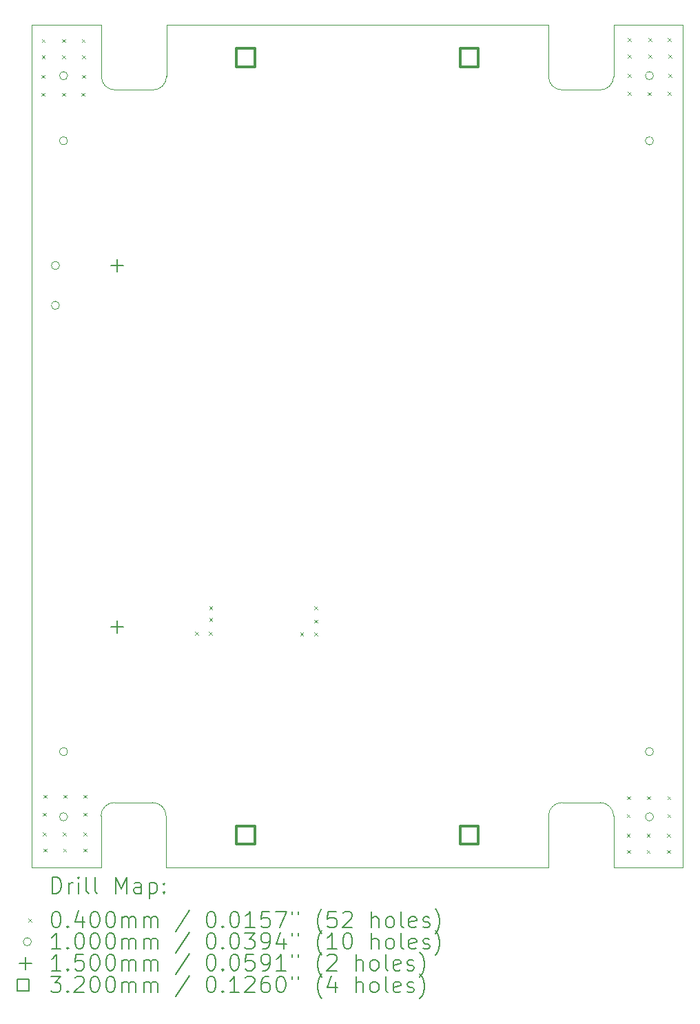
<source format=gbr>
%FSLAX45Y45*%
G04 Gerber Fmt 4.5, Leading zero omitted, Abs format (unit mm)*
G04 Created by KiCad (PCBNEW (6.0.5-0)) date 2022-12-26 00:24:34*
%MOMM*%
%LPD*%
G01*
G04 APERTURE LIST*
%TA.AperFunction,Profile*%
%ADD10C,0.100000*%
%TD*%
%ADD11C,0.200000*%
%ADD12C,0.040000*%
%ADD13C,0.100000*%
%ADD14C,0.150000*%
%ADD15C,0.320000*%
G04 APERTURE END LIST*
D10*
X14360000Y-3875000D02*
X15210000Y-3875000D01*
X13560000Y-14225000D02*
X8860000Y-14225000D01*
X15210000Y-3875000D02*
X15210000Y-14225000D01*
X13560000Y-14225000D02*
X13560000Y-13590000D01*
X8700000Y-4675000D02*
G75*
G03*
X8865000Y-4510000I0J165000D01*
G01*
X8060000Y-14225000D02*
X7210000Y-14225000D01*
X14360000Y-14225000D02*
X15210000Y-14225000D01*
X14195000Y-4675000D02*
G75*
G03*
X14360000Y-4510000I0J165000D01*
G01*
X13725000Y-13425000D02*
G75*
G03*
X13560000Y-13590000I0J-165000D01*
G01*
X14195000Y-13425000D02*
X13725000Y-13425000D01*
X8860000Y-13590000D02*
X8860000Y-14225000D01*
X14360000Y-13590000D02*
G75*
G03*
X14195000Y-13425000I-165000J0D01*
G01*
X13560000Y-4510000D02*
X13560000Y-3875000D01*
X8230000Y-4675000D02*
X8700000Y-4675000D01*
X8860000Y-13590000D02*
G75*
G03*
X8695000Y-13425000I-165000J0D01*
G01*
X8695000Y-13425000D02*
X8225000Y-13425000D01*
X14360000Y-3875000D02*
X14360000Y-4510000D01*
X13560000Y-4510000D02*
G75*
G03*
X13725000Y-4675000I165000J0D01*
G01*
X8865000Y-3875000D02*
X13560000Y-3875000D01*
X8065000Y-4510000D02*
X8065000Y-3875000D01*
X8065000Y-4510000D02*
G75*
G03*
X8230000Y-4675000I165000J0D01*
G01*
X14360000Y-13590000D02*
X14360000Y-14225000D01*
X8065000Y-3875000D02*
X7210000Y-3875000D01*
X7210000Y-14225000D02*
X7210000Y-3875000D01*
X8225000Y-13425000D02*
G75*
G03*
X8060000Y-13590000I0J-165000D01*
G01*
X8865000Y-3875000D02*
X8865000Y-4510000D01*
X8060000Y-14225000D02*
X8060000Y-13590000D01*
X13725000Y-4675000D02*
X14195000Y-4675000D01*
D11*
D12*
X7330000Y-4490000D02*
X7370000Y-4530000D01*
X7370000Y-4490000D02*
X7330000Y-4530000D01*
X7330000Y-4710000D02*
X7370000Y-4750000D01*
X7370000Y-4710000D02*
X7330000Y-4750000D01*
X7332500Y-4050000D02*
X7372500Y-4090000D01*
X7372500Y-4050000D02*
X7332500Y-4090000D01*
X7332500Y-4250000D02*
X7372500Y-4290000D01*
X7372500Y-4250000D02*
X7332500Y-4290000D01*
X7347500Y-13550000D02*
X7387500Y-13590000D01*
X7387500Y-13550000D02*
X7347500Y-13590000D01*
X7347500Y-13790000D02*
X7387500Y-13830000D01*
X7387500Y-13790000D02*
X7347500Y-13830000D01*
X7352500Y-13990000D02*
X7392500Y-14030000D01*
X7392500Y-13990000D02*
X7352500Y-14030000D01*
X7355000Y-13330000D02*
X7395000Y-13370000D01*
X7395000Y-13330000D02*
X7355000Y-13370000D01*
X7580000Y-4250000D02*
X7620000Y-4290000D01*
X7620000Y-4250000D02*
X7580000Y-4290000D01*
X7582500Y-4050000D02*
X7622500Y-4090000D01*
X7622500Y-4050000D02*
X7582500Y-4090000D01*
X7582500Y-4710000D02*
X7622500Y-4750000D01*
X7622500Y-4710000D02*
X7582500Y-4750000D01*
X7592500Y-13790000D02*
X7632500Y-13830000D01*
X7632500Y-13790000D02*
X7592500Y-13830000D01*
X7595000Y-13990000D02*
X7635000Y-14030000D01*
X7635000Y-13990000D02*
X7595000Y-14030000D01*
X7597500Y-13330000D02*
X7637500Y-13370000D01*
X7637500Y-13330000D02*
X7597500Y-13370000D01*
X7822500Y-4710000D02*
X7862500Y-4750000D01*
X7862500Y-4710000D02*
X7822500Y-4750000D01*
X7825000Y-4050000D02*
X7865000Y-4090000D01*
X7865000Y-4050000D02*
X7825000Y-4090000D01*
X7830000Y-4250000D02*
X7870000Y-4290000D01*
X7870000Y-4250000D02*
X7830000Y-4290000D01*
X7830000Y-4490000D02*
X7870000Y-4530000D01*
X7870000Y-4490000D02*
X7830000Y-4530000D01*
X7845000Y-13790000D02*
X7885000Y-13830000D01*
X7885000Y-13790000D02*
X7845000Y-13830000D01*
X7845000Y-13990000D02*
X7885000Y-14030000D01*
X7885000Y-13990000D02*
X7845000Y-14030000D01*
X7847500Y-13330000D02*
X7887500Y-13370000D01*
X7887500Y-13330000D02*
X7847500Y-13370000D01*
X7847500Y-13550000D02*
X7887500Y-13590000D01*
X7887500Y-13550000D02*
X7847500Y-13590000D01*
X9217500Y-11327500D02*
X9257500Y-11367500D01*
X9257500Y-11327500D02*
X9217500Y-11367500D01*
X9385000Y-11325000D02*
X9425000Y-11365000D01*
X9425000Y-11325000D02*
X9385000Y-11365000D01*
X9390000Y-11017500D02*
X9430000Y-11057500D01*
X9430000Y-11017500D02*
X9390000Y-11057500D01*
X9390000Y-11157500D02*
X9430000Y-11197500D01*
X9430000Y-11157500D02*
X9390000Y-11197500D01*
X10507500Y-11337500D02*
X10547500Y-11377500D01*
X10547500Y-11337500D02*
X10507500Y-11377500D01*
X10680000Y-11015000D02*
X10720000Y-11055000D01*
X10720000Y-11015000D02*
X10680000Y-11055000D01*
X10682500Y-11180000D02*
X10722500Y-11220000D01*
X10722500Y-11180000D02*
X10682500Y-11220000D01*
X10682500Y-11335000D02*
X10722500Y-11375000D01*
X10722500Y-11335000D02*
X10682500Y-11375000D01*
X14520000Y-13567500D02*
X14560000Y-13607500D01*
X14560000Y-13567500D02*
X14520000Y-13607500D01*
X14520000Y-13807500D02*
X14560000Y-13847500D01*
X14560000Y-13807500D02*
X14520000Y-13847500D01*
X14525000Y-14007500D02*
X14565000Y-14047500D01*
X14565000Y-14007500D02*
X14525000Y-14047500D01*
X14527500Y-13347500D02*
X14567500Y-13387500D01*
X14567500Y-13347500D02*
X14527500Y-13387500D01*
X14532500Y-4480000D02*
X14572500Y-4520000D01*
X14572500Y-4480000D02*
X14532500Y-4520000D01*
X14532500Y-4700000D02*
X14572500Y-4740000D01*
X14572500Y-4700000D02*
X14532500Y-4740000D01*
X14535000Y-4040000D02*
X14575000Y-4080000D01*
X14575000Y-4040000D02*
X14535000Y-4080000D01*
X14535000Y-4240000D02*
X14575000Y-4280000D01*
X14575000Y-4240000D02*
X14535000Y-4280000D01*
X14767500Y-13807500D02*
X14807500Y-13847500D01*
X14807500Y-13807500D02*
X14767500Y-13847500D01*
X14767500Y-14007500D02*
X14807500Y-14047500D01*
X14807500Y-14007500D02*
X14767500Y-14047500D01*
X14770000Y-13347500D02*
X14810000Y-13387500D01*
X14810000Y-13347500D02*
X14770000Y-13387500D01*
X14777500Y-4702500D02*
X14817500Y-4742500D01*
X14817500Y-4702500D02*
X14777500Y-4742500D01*
X14785000Y-4040000D02*
X14825000Y-4080000D01*
X14825000Y-4040000D02*
X14785000Y-4080000D01*
X14785000Y-4240000D02*
X14825000Y-4280000D01*
X14825000Y-4240000D02*
X14785000Y-4280000D01*
X15017500Y-13807500D02*
X15057500Y-13847500D01*
X15057500Y-13807500D02*
X15017500Y-13847500D01*
X15017500Y-14007500D02*
X15057500Y-14047500D01*
X15057500Y-14007500D02*
X15017500Y-14047500D01*
X15020000Y-13347500D02*
X15060000Y-13387500D01*
X15060000Y-13347500D02*
X15020000Y-13387500D01*
X15020000Y-13567500D02*
X15060000Y-13607500D01*
X15060000Y-13567500D02*
X15020000Y-13607500D01*
X15025000Y-4700000D02*
X15065000Y-4740000D01*
X15065000Y-4700000D02*
X15025000Y-4740000D01*
X15027500Y-4040000D02*
X15067500Y-4080000D01*
X15067500Y-4040000D02*
X15027500Y-4080000D01*
X15032500Y-4240000D02*
X15072500Y-4280000D01*
X15072500Y-4240000D02*
X15032500Y-4280000D01*
X15032500Y-4480000D02*
X15072500Y-4520000D01*
X15072500Y-4480000D02*
X15032500Y-4520000D01*
D13*
X7550000Y-6830000D02*
G75*
G03*
X7550000Y-6830000I-50000J0D01*
G01*
X7550000Y-7320000D02*
G75*
G03*
X7550000Y-7320000I-50000J0D01*
G01*
X7650000Y-4500000D02*
G75*
G03*
X7650000Y-4500000I-50000J0D01*
G01*
X7650000Y-5300000D02*
G75*
G03*
X7650000Y-5300000I-50000J0D01*
G01*
X7650000Y-12800000D02*
G75*
G03*
X7650000Y-12800000I-50000J0D01*
G01*
X7650000Y-13600000D02*
G75*
G03*
X7650000Y-13600000I-50000J0D01*
G01*
X14850000Y-4500000D02*
G75*
G03*
X14850000Y-4500000I-50000J0D01*
G01*
X14850000Y-5300000D02*
G75*
G03*
X14850000Y-5300000I-50000J0D01*
G01*
X14850000Y-12800000D02*
G75*
G03*
X14850000Y-12800000I-50000J0D01*
G01*
X14850000Y-13600000D02*
G75*
G03*
X14850000Y-13600000I-50000J0D01*
G01*
D14*
X8260000Y-6755000D02*
X8260000Y-6905000D01*
X8185000Y-6830000D02*
X8335000Y-6830000D01*
X8260000Y-11195000D02*
X8260000Y-11345000D01*
X8185000Y-11270000D02*
X8335000Y-11270000D01*
D15*
X9948138Y-4388138D02*
X9948138Y-4161862D01*
X9721862Y-4161862D01*
X9721862Y-4388138D01*
X9948138Y-4388138D01*
X9948138Y-13938138D02*
X9948138Y-13711862D01*
X9721862Y-13711862D01*
X9721862Y-13938138D01*
X9948138Y-13938138D01*
X12698138Y-4388138D02*
X12698138Y-4161862D01*
X12471862Y-4161862D01*
X12471862Y-4388138D01*
X12698138Y-4388138D01*
X12698138Y-13938138D02*
X12698138Y-13711862D01*
X12471862Y-13711862D01*
X12471862Y-13938138D01*
X12698138Y-13938138D01*
D11*
X7462619Y-14540476D02*
X7462619Y-14340476D01*
X7510238Y-14340476D01*
X7538809Y-14350000D01*
X7557857Y-14369048D01*
X7567381Y-14388095D01*
X7576905Y-14426190D01*
X7576905Y-14454762D01*
X7567381Y-14492857D01*
X7557857Y-14511905D01*
X7538809Y-14530952D01*
X7510238Y-14540476D01*
X7462619Y-14540476D01*
X7662619Y-14540476D02*
X7662619Y-14407143D01*
X7662619Y-14445238D02*
X7672143Y-14426190D01*
X7681667Y-14416667D01*
X7700714Y-14407143D01*
X7719762Y-14407143D01*
X7786428Y-14540476D02*
X7786428Y-14407143D01*
X7786428Y-14340476D02*
X7776905Y-14350000D01*
X7786428Y-14359524D01*
X7795952Y-14350000D01*
X7786428Y-14340476D01*
X7786428Y-14359524D01*
X7910238Y-14540476D02*
X7891190Y-14530952D01*
X7881667Y-14511905D01*
X7881667Y-14340476D01*
X8015000Y-14540476D02*
X7995952Y-14530952D01*
X7986428Y-14511905D01*
X7986428Y-14340476D01*
X8243571Y-14540476D02*
X8243571Y-14340476D01*
X8310238Y-14483333D01*
X8376905Y-14340476D01*
X8376905Y-14540476D01*
X8557857Y-14540476D02*
X8557857Y-14435714D01*
X8548333Y-14416667D01*
X8529286Y-14407143D01*
X8491190Y-14407143D01*
X8472143Y-14416667D01*
X8557857Y-14530952D02*
X8538810Y-14540476D01*
X8491190Y-14540476D01*
X8472143Y-14530952D01*
X8462619Y-14511905D01*
X8462619Y-14492857D01*
X8472143Y-14473809D01*
X8491190Y-14464286D01*
X8538810Y-14464286D01*
X8557857Y-14454762D01*
X8653095Y-14407143D02*
X8653095Y-14607143D01*
X8653095Y-14416667D02*
X8672143Y-14407143D01*
X8710238Y-14407143D01*
X8729286Y-14416667D01*
X8738810Y-14426190D01*
X8748333Y-14445238D01*
X8748333Y-14502381D01*
X8738810Y-14521428D01*
X8729286Y-14530952D01*
X8710238Y-14540476D01*
X8672143Y-14540476D01*
X8653095Y-14530952D01*
X8834048Y-14521428D02*
X8843571Y-14530952D01*
X8834048Y-14540476D01*
X8824524Y-14530952D01*
X8834048Y-14521428D01*
X8834048Y-14540476D01*
X8834048Y-14416667D02*
X8843571Y-14426190D01*
X8834048Y-14435714D01*
X8824524Y-14426190D01*
X8834048Y-14416667D01*
X8834048Y-14435714D01*
D12*
X7165000Y-14850000D02*
X7205000Y-14890000D01*
X7205000Y-14850000D02*
X7165000Y-14890000D01*
D11*
X7500714Y-14760476D02*
X7519762Y-14760476D01*
X7538809Y-14770000D01*
X7548333Y-14779524D01*
X7557857Y-14798571D01*
X7567381Y-14836667D01*
X7567381Y-14884286D01*
X7557857Y-14922381D01*
X7548333Y-14941428D01*
X7538809Y-14950952D01*
X7519762Y-14960476D01*
X7500714Y-14960476D01*
X7481667Y-14950952D01*
X7472143Y-14941428D01*
X7462619Y-14922381D01*
X7453095Y-14884286D01*
X7453095Y-14836667D01*
X7462619Y-14798571D01*
X7472143Y-14779524D01*
X7481667Y-14770000D01*
X7500714Y-14760476D01*
X7653095Y-14941428D02*
X7662619Y-14950952D01*
X7653095Y-14960476D01*
X7643571Y-14950952D01*
X7653095Y-14941428D01*
X7653095Y-14960476D01*
X7834048Y-14827143D02*
X7834048Y-14960476D01*
X7786428Y-14750952D02*
X7738809Y-14893809D01*
X7862619Y-14893809D01*
X7976905Y-14760476D02*
X7995952Y-14760476D01*
X8015000Y-14770000D01*
X8024524Y-14779524D01*
X8034048Y-14798571D01*
X8043571Y-14836667D01*
X8043571Y-14884286D01*
X8034048Y-14922381D01*
X8024524Y-14941428D01*
X8015000Y-14950952D01*
X7995952Y-14960476D01*
X7976905Y-14960476D01*
X7957857Y-14950952D01*
X7948333Y-14941428D01*
X7938809Y-14922381D01*
X7929286Y-14884286D01*
X7929286Y-14836667D01*
X7938809Y-14798571D01*
X7948333Y-14779524D01*
X7957857Y-14770000D01*
X7976905Y-14760476D01*
X8167381Y-14760476D02*
X8186428Y-14760476D01*
X8205476Y-14770000D01*
X8215000Y-14779524D01*
X8224524Y-14798571D01*
X8234048Y-14836667D01*
X8234048Y-14884286D01*
X8224524Y-14922381D01*
X8215000Y-14941428D01*
X8205476Y-14950952D01*
X8186428Y-14960476D01*
X8167381Y-14960476D01*
X8148333Y-14950952D01*
X8138809Y-14941428D01*
X8129286Y-14922381D01*
X8119762Y-14884286D01*
X8119762Y-14836667D01*
X8129286Y-14798571D01*
X8138809Y-14779524D01*
X8148333Y-14770000D01*
X8167381Y-14760476D01*
X8319762Y-14960476D02*
X8319762Y-14827143D01*
X8319762Y-14846190D02*
X8329286Y-14836667D01*
X8348333Y-14827143D01*
X8376905Y-14827143D01*
X8395952Y-14836667D01*
X8405476Y-14855714D01*
X8405476Y-14960476D01*
X8405476Y-14855714D02*
X8415000Y-14836667D01*
X8434048Y-14827143D01*
X8462619Y-14827143D01*
X8481667Y-14836667D01*
X8491190Y-14855714D01*
X8491190Y-14960476D01*
X8586429Y-14960476D02*
X8586429Y-14827143D01*
X8586429Y-14846190D02*
X8595952Y-14836667D01*
X8615000Y-14827143D01*
X8643571Y-14827143D01*
X8662619Y-14836667D01*
X8672143Y-14855714D01*
X8672143Y-14960476D01*
X8672143Y-14855714D02*
X8681667Y-14836667D01*
X8700714Y-14827143D01*
X8729286Y-14827143D01*
X8748333Y-14836667D01*
X8757857Y-14855714D01*
X8757857Y-14960476D01*
X9148333Y-14750952D02*
X8976905Y-15008095D01*
X9405476Y-14760476D02*
X9424524Y-14760476D01*
X9443571Y-14770000D01*
X9453095Y-14779524D01*
X9462619Y-14798571D01*
X9472143Y-14836667D01*
X9472143Y-14884286D01*
X9462619Y-14922381D01*
X9453095Y-14941428D01*
X9443571Y-14950952D01*
X9424524Y-14960476D01*
X9405476Y-14960476D01*
X9386429Y-14950952D01*
X9376905Y-14941428D01*
X9367381Y-14922381D01*
X9357857Y-14884286D01*
X9357857Y-14836667D01*
X9367381Y-14798571D01*
X9376905Y-14779524D01*
X9386429Y-14770000D01*
X9405476Y-14760476D01*
X9557857Y-14941428D02*
X9567381Y-14950952D01*
X9557857Y-14960476D01*
X9548333Y-14950952D01*
X9557857Y-14941428D01*
X9557857Y-14960476D01*
X9691190Y-14760476D02*
X9710238Y-14760476D01*
X9729286Y-14770000D01*
X9738810Y-14779524D01*
X9748333Y-14798571D01*
X9757857Y-14836667D01*
X9757857Y-14884286D01*
X9748333Y-14922381D01*
X9738810Y-14941428D01*
X9729286Y-14950952D01*
X9710238Y-14960476D01*
X9691190Y-14960476D01*
X9672143Y-14950952D01*
X9662619Y-14941428D01*
X9653095Y-14922381D01*
X9643571Y-14884286D01*
X9643571Y-14836667D01*
X9653095Y-14798571D01*
X9662619Y-14779524D01*
X9672143Y-14770000D01*
X9691190Y-14760476D01*
X9948333Y-14960476D02*
X9834048Y-14960476D01*
X9891190Y-14960476D02*
X9891190Y-14760476D01*
X9872143Y-14789048D01*
X9853095Y-14808095D01*
X9834048Y-14817619D01*
X10129286Y-14760476D02*
X10034048Y-14760476D01*
X10024524Y-14855714D01*
X10034048Y-14846190D01*
X10053095Y-14836667D01*
X10100714Y-14836667D01*
X10119762Y-14846190D01*
X10129286Y-14855714D01*
X10138810Y-14874762D01*
X10138810Y-14922381D01*
X10129286Y-14941428D01*
X10119762Y-14950952D01*
X10100714Y-14960476D01*
X10053095Y-14960476D01*
X10034048Y-14950952D01*
X10024524Y-14941428D01*
X10205476Y-14760476D02*
X10338810Y-14760476D01*
X10253095Y-14960476D01*
X10405476Y-14760476D02*
X10405476Y-14798571D01*
X10481667Y-14760476D02*
X10481667Y-14798571D01*
X10776905Y-15036667D02*
X10767381Y-15027143D01*
X10748333Y-14998571D01*
X10738810Y-14979524D01*
X10729286Y-14950952D01*
X10719762Y-14903333D01*
X10719762Y-14865238D01*
X10729286Y-14817619D01*
X10738810Y-14789048D01*
X10748333Y-14770000D01*
X10767381Y-14741428D01*
X10776905Y-14731905D01*
X10948333Y-14760476D02*
X10853095Y-14760476D01*
X10843571Y-14855714D01*
X10853095Y-14846190D01*
X10872143Y-14836667D01*
X10919762Y-14836667D01*
X10938810Y-14846190D01*
X10948333Y-14855714D01*
X10957857Y-14874762D01*
X10957857Y-14922381D01*
X10948333Y-14941428D01*
X10938810Y-14950952D01*
X10919762Y-14960476D01*
X10872143Y-14960476D01*
X10853095Y-14950952D01*
X10843571Y-14941428D01*
X11034048Y-14779524D02*
X11043571Y-14770000D01*
X11062619Y-14760476D01*
X11110238Y-14760476D01*
X11129286Y-14770000D01*
X11138810Y-14779524D01*
X11148333Y-14798571D01*
X11148333Y-14817619D01*
X11138810Y-14846190D01*
X11024524Y-14960476D01*
X11148333Y-14960476D01*
X11386428Y-14960476D02*
X11386428Y-14760476D01*
X11472143Y-14960476D02*
X11472143Y-14855714D01*
X11462619Y-14836667D01*
X11443571Y-14827143D01*
X11415000Y-14827143D01*
X11395952Y-14836667D01*
X11386428Y-14846190D01*
X11595952Y-14960476D02*
X11576905Y-14950952D01*
X11567381Y-14941428D01*
X11557857Y-14922381D01*
X11557857Y-14865238D01*
X11567381Y-14846190D01*
X11576905Y-14836667D01*
X11595952Y-14827143D01*
X11624524Y-14827143D01*
X11643571Y-14836667D01*
X11653095Y-14846190D01*
X11662619Y-14865238D01*
X11662619Y-14922381D01*
X11653095Y-14941428D01*
X11643571Y-14950952D01*
X11624524Y-14960476D01*
X11595952Y-14960476D01*
X11776905Y-14960476D02*
X11757857Y-14950952D01*
X11748333Y-14931905D01*
X11748333Y-14760476D01*
X11929286Y-14950952D02*
X11910238Y-14960476D01*
X11872143Y-14960476D01*
X11853095Y-14950952D01*
X11843571Y-14931905D01*
X11843571Y-14855714D01*
X11853095Y-14836667D01*
X11872143Y-14827143D01*
X11910238Y-14827143D01*
X11929286Y-14836667D01*
X11938809Y-14855714D01*
X11938809Y-14874762D01*
X11843571Y-14893809D01*
X12015000Y-14950952D02*
X12034048Y-14960476D01*
X12072143Y-14960476D01*
X12091190Y-14950952D01*
X12100714Y-14931905D01*
X12100714Y-14922381D01*
X12091190Y-14903333D01*
X12072143Y-14893809D01*
X12043571Y-14893809D01*
X12024524Y-14884286D01*
X12015000Y-14865238D01*
X12015000Y-14855714D01*
X12024524Y-14836667D01*
X12043571Y-14827143D01*
X12072143Y-14827143D01*
X12091190Y-14836667D01*
X12167381Y-15036667D02*
X12176905Y-15027143D01*
X12195952Y-14998571D01*
X12205476Y-14979524D01*
X12215000Y-14950952D01*
X12224524Y-14903333D01*
X12224524Y-14865238D01*
X12215000Y-14817619D01*
X12205476Y-14789048D01*
X12195952Y-14770000D01*
X12176905Y-14741428D01*
X12167381Y-14731905D01*
D13*
X7205000Y-15134000D02*
G75*
G03*
X7205000Y-15134000I-50000J0D01*
G01*
D11*
X7567381Y-15224476D02*
X7453095Y-15224476D01*
X7510238Y-15224476D02*
X7510238Y-15024476D01*
X7491190Y-15053048D01*
X7472143Y-15072095D01*
X7453095Y-15081619D01*
X7653095Y-15205428D02*
X7662619Y-15214952D01*
X7653095Y-15224476D01*
X7643571Y-15214952D01*
X7653095Y-15205428D01*
X7653095Y-15224476D01*
X7786428Y-15024476D02*
X7805476Y-15024476D01*
X7824524Y-15034000D01*
X7834048Y-15043524D01*
X7843571Y-15062571D01*
X7853095Y-15100667D01*
X7853095Y-15148286D01*
X7843571Y-15186381D01*
X7834048Y-15205428D01*
X7824524Y-15214952D01*
X7805476Y-15224476D01*
X7786428Y-15224476D01*
X7767381Y-15214952D01*
X7757857Y-15205428D01*
X7748333Y-15186381D01*
X7738809Y-15148286D01*
X7738809Y-15100667D01*
X7748333Y-15062571D01*
X7757857Y-15043524D01*
X7767381Y-15034000D01*
X7786428Y-15024476D01*
X7976905Y-15024476D02*
X7995952Y-15024476D01*
X8015000Y-15034000D01*
X8024524Y-15043524D01*
X8034048Y-15062571D01*
X8043571Y-15100667D01*
X8043571Y-15148286D01*
X8034048Y-15186381D01*
X8024524Y-15205428D01*
X8015000Y-15214952D01*
X7995952Y-15224476D01*
X7976905Y-15224476D01*
X7957857Y-15214952D01*
X7948333Y-15205428D01*
X7938809Y-15186381D01*
X7929286Y-15148286D01*
X7929286Y-15100667D01*
X7938809Y-15062571D01*
X7948333Y-15043524D01*
X7957857Y-15034000D01*
X7976905Y-15024476D01*
X8167381Y-15024476D02*
X8186428Y-15024476D01*
X8205476Y-15034000D01*
X8215000Y-15043524D01*
X8224524Y-15062571D01*
X8234048Y-15100667D01*
X8234048Y-15148286D01*
X8224524Y-15186381D01*
X8215000Y-15205428D01*
X8205476Y-15214952D01*
X8186428Y-15224476D01*
X8167381Y-15224476D01*
X8148333Y-15214952D01*
X8138809Y-15205428D01*
X8129286Y-15186381D01*
X8119762Y-15148286D01*
X8119762Y-15100667D01*
X8129286Y-15062571D01*
X8138809Y-15043524D01*
X8148333Y-15034000D01*
X8167381Y-15024476D01*
X8319762Y-15224476D02*
X8319762Y-15091143D01*
X8319762Y-15110190D02*
X8329286Y-15100667D01*
X8348333Y-15091143D01*
X8376905Y-15091143D01*
X8395952Y-15100667D01*
X8405476Y-15119714D01*
X8405476Y-15224476D01*
X8405476Y-15119714D02*
X8415000Y-15100667D01*
X8434048Y-15091143D01*
X8462619Y-15091143D01*
X8481667Y-15100667D01*
X8491190Y-15119714D01*
X8491190Y-15224476D01*
X8586429Y-15224476D02*
X8586429Y-15091143D01*
X8586429Y-15110190D02*
X8595952Y-15100667D01*
X8615000Y-15091143D01*
X8643571Y-15091143D01*
X8662619Y-15100667D01*
X8672143Y-15119714D01*
X8672143Y-15224476D01*
X8672143Y-15119714D02*
X8681667Y-15100667D01*
X8700714Y-15091143D01*
X8729286Y-15091143D01*
X8748333Y-15100667D01*
X8757857Y-15119714D01*
X8757857Y-15224476D01*
X9148333Y-15014952D02*
X8976905Y-15272095D01*
X9405476Y-15024476D02*
X9424524Y-15024476D01*
X9443571Y-15034000D01*
X9453095Y-15043524D01*
X9462619Y-15062571D01*
X9472143Y-15100667D01*
X9472143Y-15148286D01*
X9462619Y-15186381D01*
X9453095Y-15205428D01*
X9443571Y-15214952D01*
X9424524Y-15224476D01*
X9405476Y-15224476D01*
X9386429Y-15214952D01*
X9376905Y-15205428D01*
X9367381Y-15186381D01*
X9357857Y-15148286D01*
X9357857Y-15100667D01*
X9367381Y-15062571D01*
X9376905Y-15043524D01*
X9386429Y-15034000D01*
X9405476Y-15024476D01*
X9557857Y-15205428D02*
X9567381Y-15214952D01*
X9557857Y-15224476D01*
X9548333Y-15214952D01*
X9557857Y-15205428D01*
X9557857Y-15224476D01*
X9691190Y-15024476D02*
X9710238Y-15024476D01*
X9729286Y-15034000D01*
X9738810Y-15043524D01*
X9748333Y-15062571D01*
X9757857Y-15100667D01*
X9757857Y-15148286D01*
X9748333Y-15186381D01*
X9738810Y-15205428D01*
X9729286Y-15214952D01*
X9710238Y-15224476D01*
X9691190Y-15224476D01*
X9672143Y-15214952D01*
X9662619Y-15205428D01*
X9653095Y-15186381D01*
X9643571Y-15148286D01*
X9643571Y-15100667D01*
X9653095Y-15062571D01*
X9662619Y-15043524D01*
X9672143Y-15034000D01*
X9691190Y-15024476D01*
X9824524Y-15024476D02*
X9948333Y-15024476D01*
X9881667Y-15100667D01*
X9910238Y-15100667D01*
X9929286Y-15110190D01*
X9938810Y-15119714D01*
X9948333Y-15138762D01*
X9948333Y-15186381D01*
X9938810Y-15205428D01*
X9929286Y-15214952D01*
X9910238Y-15224476D01*
X9853095Y-15224476D01*
X9834048Y-15214952D01*
X9824524Y-15205428D01*
X10043571Y-15224476D02*
X10081667Y-15224476D01*
X10100714Y-15214952D01*
X10110238Y-15205428D01*
X10129286Y-15176857D01*
X10138810Y-15138762D01*
X10138810Y-15062571D01*
X10129286Y-15043524D01*
X10119762Y-15034000D01*
X10100714Y-15024476D01*
X10062619Y-15024476D01*
X10043571Y-15034000D01*
X10034048Y-15043524D01*
X10024524Y-15062571D01*
X10024524Y-15110190D01*
X10034048Y-15129238D01*
X10043571Y-15138762D01*
X10062619Y-15148286D01*
X10100714Y-15148286D01*
X10119762Y-15138762D01*
X10129286Y-15129238D01*
X10138810Y-15110190D01*
X10310238Y-15091143D02*
X10310238Y-15224476D01*
X10262619Y-15014952D02*
X10215000Y-15157809D01*
X10338810Y-15157809D01*
X10405476Y-15024476D02*
X10405476Y-15062571D01*
X10481667Y-15024476D02*
X10481667Y-15062571D01*
X10776905Y-15300667D02*
X10767381Y-15291143D01*
X10748333Y-15262571D01*
X10738810Y-15243524D01*
X10729286Y-15214952D01*
X10719762Y-15167333D01*
X10719762Y-15129238D01*
X10729286Y-15081619D01*
X10738810Y-15053048D01*
X10748333Y-15034000D01*
X10767381Y-15005428D01*
X10776905Y-14995905D01*
X10957857Y-15224476D02*
X10843571Y-15224476D01*
X10900714Y-15224476D02*
X10900714Y-15024476D01*
X10881667Y-15053048D01*
X10862619Y-15072095D01*
X10843571Y-15081619D01*
X11081667Y-15024476D02*
X11100714Y-15024476D01*
X11119762Y-15034000D01*
X11129286Y-15043524D01*
X11138810Y-15062571D01*
X11148333Y-15100667D01*
X11148333Y-15148286D01*
X11138810Y-15186381D01*
X11129286Y-15205428D01*
X11119762Y-15214952D01*
X11100714Y-15224476D01*
X11081667Y-15224476D01*
X11062619Y-15214952D01*
X11053095Y-15205428D01*
X11043571Y-15186381D01*
X11034048Y-15148286D01*
X11034048Y-15100667D01*
X11043571Y-15062571D01*
X11053095Y-15043524D01*
X11062619Y-15034000D01*
X11081667Y-15024476D01*
X11386428Y-15224476D02*
X11386428Y-15024476D01*
X11472143Y-15224476D02*
X11472143Y-15119714D01*
X11462619Y-15100667D01*
X11443571Y-15091143D01*
X11415000Y-15091143D01*
X11395952Y-15100667D01*
X11386428Y-15110190D01*
X11595952Y-15224476D02*
X11576905Y-15214952D01*
X11567381Y-15205428D01*
X11557857Y-15186381D01*
X11557857Y-15129238D01*
X11567381Y-15110190D01*
X11576905Y-15100667D01*
X11595952Y-15091143D01*
X11624524Y-15091143D01*
X11643571Y-15100667D01*
X11653095Y-15110190D01*
X11662619Y-15129238D01*
X11662619Y-15186381D01*
X11653095Y-15205428D01*
X11643571Y-15214952D01*
X11624524Y-15224476D01*
X11595952Y-15224476D01*
X11776905Y-15224476D02*
X11757857Y-15214952D01*
X11748333Y-15195905D01*
X11748333Y-15024476D01*
X11929286Y-15214952D02*
X11910238Y-15224476D01*
X11872143Y-15224476D01*
X11853095Y-15214952D01*
X11843571Y-15195905D01*
X11843571Y-15119714D01*
X11853095Y-15100667D01*
X11872143Y-15091143D01*
X11910238Y-15091143D01*
X11929286Y-15100667D01*
X11938809Y-15119714D01*
X11938809Y-15138762D01*
X11843571Y-15157809D01*
X12015000Y-15214952D02*
X12034048Y-15224476D01*
X12072143Y-15224476D01*
X12091190Y-15214952D01*
X12100714Y-15195905D01*
X12100714Y-15186381D01*
X12091190Y-15167333D01*
X12072143Y-15157809D01*
X12043571Y-15157809D01*
X12024524Y-15148286D01*
X12015000Y-15129238D01*
X12015000Y-15119714D01*
X12024524Y-15100667D01*
X12043571Y-15091143D01*
X12072143Y-15091143D01*
X12091190Y-15100667D01*
X12167381Y-15300667D02*
X12176905Y-15291143D01*
X12195952Y-15262571D01*
X12205476Y-15243524D01*
X12215000Y-15214952D01*
X12224524Y-15167333D01*
X12224524Y-15129238D01*
X12215000Y-15081619D01*
X12205476Y-15053048D01*
X12195952Y-15034000D01*
X12176905Y-15005428D01*
X12167381Y-14995905D01*
D14*
X7130000Y-15323000D02*
X7130000Y-15473000D01*
X7055000Y-15398000D02*
X7205000Y-15398000D01*
D11*
X7567381Y-15488476D02*
X7453095Y-15488476D01*
X7510238Y-15488476D02*
X7510238Y-15288476D01*
X7491190Y-15317048D01*
X7472143Y-15336095D01*
X7453095Y-15345619D01*
X7653095Y-15469428D02*
X7662619Y-15478952D01*
X7653095Y-15488476D01*
X7643571Y-15478952D01*
X7653095Y-15469428D01*
X7653095Y-15488476D01*
X7843571Y-15288476D02*
X7748333Y-15288476D01*
X7738809Y-15383714D01*
X7748333Y-15374190D01*
X7767381Y-15364667D01*
X7815000Y-15364667D01*
X7834048Y-15374190D01*
X7843571Y-15383714D01*
X7853095Y-15402762D01*
X7853095Y-15450381D01*
X7843571Y-15469428D01*
X7834048Y-15478952D01*
X7815000Y-15488476D01*
X7767381Y-15488476D01*
X7748333Y-15478952D01*
X7738809Y-15469428D01*
X7976905Y-15288476D02*
X7995952Y-15288476D01*
X8015000Y-15298000D01*
X8024524Y-15307524D01*
X8034048Y-15326571D01*
X8043571Y-15364667D01*
X8043571Y-15412286D01*
X8034048Y-15450381D01*
X8024524Y-15469428D01*
X8015000Y-15478952D01*
X7995952Y-15488476D01*
X7976905Y-15488476D01*
X7957857Y-15478952D01*
X7948333Y-15469428D01*
X7938809Y-15450381D01*
X7929286Y-15412286D01*
X7929286Y-15364667D01*
X7938809Y-15326571D01*
X7948333Y-15307524D01*
X7957857Y-15298000D01*
X7976905Y-15288476D01*
X8167381Y-15288476D02*
X8186428Y-15288476D01*
X8205476Y-15298000D01*
X8215000Y-15307524D01*
X8224524Y-15326571D01*
X8234048Y-15364667D01*
X8234048Y-15412286D01*
X8224524Y-15450381D01*
X8215000Y-15469428D01*
X8205476Y-15478952D01*
X8186428Y-15488476D01*
X8167381Y-15488476D01*
X8148333Y-15478952D01*
X8138809Y-15469428D01*
X8129286Y-15450381D01*
X8119762Y-15412286D01*
X8119762Y-15364667D01*
X8129286Y-15326571D01*
X8138809Y-15307524D01*
X8148333Y-15298000D01*
X8167381Y-15288476D01*
X8319762Y-15488476D02*
X8319762Y-15355143D01*
X8319762Y-15374190D02*
X8329286Y-15364667D01*
X8348333Y-15355143D01*
X8376905Y-15355143D01*
X8395952Y-15364667D01*
X8405476Y-15383714D01*
X8405476Y-15488476D01*
X8405476Y-15383714D02*
X8415000Y-15364667D01*
X8434048Y-15355143D01*
X8462619Y-15355143D01*
X8481667Y-15364667D01*
X8491190Y-15383714D01*
X8491190Y-15488476D01*
X8586429Y-15488476D02*
X8586429Y-15355143D01*
X8586429Y-15374190D02*
X8595952Y-15364667D01*
X8615000Y-15355143D01*
X8643571Y-15355143D01*
X8662619Y-15364667D01*
X8672143Y-15383714D01*
X8672143Y-15488476D01*
X8672143Y-15383714D02*
X8681667Y-15364667D01*
X8700714Y-15355143D01*
X8729286Y-15355143D01*
X8748333Y-15364667D01*
X8757857Y-15383714D01*
X8757857Y-15488476D01*
X9148333Y-15278952D02*
X8976905Y-15536095D01*
X9405476Y-15288476D02*
X9424524Y-15288476D01*
X9443571Y-15298000D01*
X9453095Y-15307524D01*
X9462619Y-15326571D01*
X9472143Y-15364667D01*
X9472143Y-15412286D01*
X9462619Y-15450381D01*
X9453095Y-15469428D01*
X9443571Y-15478952D01*
X9424524Y-15488476D01*
X9405476Y-15488476D01*
X9386429Y-15478952D01*
X9376905Y-15469428D01*
X9367381Y-15450381D01*
X9357857Y-15412286D01*
X9357857Y-15364667D01*
X9367381Y-15326571D01*
X9376905Y-15307524D01*
X9386429Y-15298000D01*
X9405476Y-15288476D01*
X9557857Y-15469428D02*
X9567381Y-15478952D01*
X9557857Y-15488476D01*
X9548333Y-15478952D01*
X9557857Y-15469428D01*
X9557857Y-15488476D01*
X9691190Y-15288476D02*
X9710238Y-15288476D01*
X9729286Y-15298000D01*
X9738810Y-15307524D01*
X9748333Y-15326571D01*
X9757857Y-15364667D01*
X9757857Y-15412286D01*
X9748333Y-15450381D01*
X9738810Y-15469428D01*
X9729286Y-15478952D01*
X9710238Y-15488476D01*
X9691190Y-15488476D01*
X9672143Y-15478952D01*
X9662619Y-15469428D01*
X9653095Y-15450381D01*
X9643571Y-15412286D01*
X9643571Y-15364667D01*
X9653095Y-15326571D01*
X9662619Y-15307524D01*
X9672143Y-15298000D01*
X9691190Y-15288476D01*
X9938810Y-15288476D02*
X9843571Y-15288476D01*
X9834048Y-15383714D01*
X9843571Y-15374190D01*
X9862619Y-15364667D01*
X9910238Y-15364667D01*
X9929286Y-15374190D01*
X9938810Y-15383714D01*
X9948333Y-15402762D01*
X9948333Y-15450381D01*
X9938810Y-15469428D01*
X9929286Y-15478952D01*
X9910238Y-15488476D01*
X9862619Y-15488476D01*
X9843571Y-15478952D01*
X9834048Y-15469428D01*
X10043571Y-15488476D02*
X10081667Y-15488476D01*
X10100714Y-15478952D01*
X10110238Y-15469428D01*
X10129286Y-15440857D01*
X10138810Y-15402762D01*
X10138810Y-15326571D01*
X10129286Y-15307524D01*
X10119762Y-15298000D01*
X10100714Y-15288476D01*
X10062619Y-15288476D01*
X10043571Y-15298000D01*
X10034048Y-15307524D01*
X10024524Y-15326571D01*
X10024524Y-15374190D01*
X10034048Y-15393238D01*
X10043571Y-15402762D01*
X10062619Y-15412286D01*
X10100714Y-15412286D01*
X10119762Y-15402762D01*
X10129286Y-15393238D01*
X10138810Y-15374190D01*
X10329286Y-15488476D02*
X10215000Y-15488476D01*
X10272143Y-15488476D02*
X10272143Y-15288476D01*
X10253095Y-15317048D01*
X10234048Y-15336095D01*
X10215000Y-15345619D01*
X10405476Y-15288476D02*
X10405476Y-15326571D01*
X10481667Y-15288476D02*
X10481667Y-15326571D01*
X10776905Y-15564667D02*
X10767381Y-15555143D01*
X10748333Y-15526571D01*
X10738810Y-15507524D01*
X10729286Y-15478952D01*
X10719762Y-15431333D01*
X10719762Y-15393238D01*
X10729286Y-15345619D01*
X10738810Y-15317048D01*
X10748333Y-15298000D01*
X10767381Y-15269428D01*
X10776905Y-15259905D01*
X10843571Y-15307524D02*
X10853095Y-15298000D01*
X10872143Y-15288476D01*
X10919762Y-15288476D01*
X10938810Y-15298000D01*
X10948333Y-15307524D01*
X10957857Y-15326571D01*
X10957857Y-15345619D01*
X10948333Y-15374190D01*
X10834048Y-15488476D01*
X10957857Y-15488476D01*
X11195952Y-15488476D02*
X11195952Y-15288476D01*
X11281667Y-15488476D02*
X11281667Y-15383714D01*
X11272143Y-15364667D01*
X11253095Y-15355143D01*
X11224524Y-15355143D01*
X11205476Y-15364667D01*
X11195952Y-15374190D01*
X11405476Y-15488476D02*
X11386428Y-15478952D01*
X11376905Y-15469428D01*
X11367381Y-15450381D01*
X11367381Y-15393238D01*
X11376905Y-15374190D01*
X11386428Y-15364667D01*
X11405476Y-15355143D01*
X11434048Y-15355143D01*
X11453095Y-15364667D01*
X11462619Y-15374190D01*
X11472143Y-15393238D01*
X11472143Y-15450381D01*
X11462619Y-15469428D01*
X11453095Y-15478952D01*
X11434048Y-15488476D01*
X11405476Y-15488476D01*
X11586428Y-15488476D02*
X11567381Y-15478952D01*
X11557857Y-15459905D01*
X11557857Y-15288476D01*
X11738809Y-15478952D02*
X11719762Y-15488476D01*
X11681667Y-15488476D01*
X11662619Y-15478952D01*
X11653095Y-15459905D01*
X11653095Y-15383714D01*
X11662619Y-15364667D01*
X11681667Y-15355143D01*
X11719762Y-15355143D01*
X11738809Y-15364667D01*
X11748333Y-15383714D01*
X11748333Y-15402762D01*
X11653095Y-15421809D01*
X11824524Y-15478952D02*
X11843571Y-15488476D01*
X11881667Y-15488476D01*
X11900714Y-15478952D01*
X11910238Y-15459905D01*
X11910238Y-15450381D01*
X11900714Y-15431333D01*
X11881667Y-15421809D01*
X11853095Y-15421809D01*
X11834048Y-15412286D01*
X11824524Y-15393238D01*
X11824524Y-15383714D01*
X11834048Y-15364667D01*
X11853095Y-15355143D01*
X11881667Y-15355143D01*
X11900714Y-15364667D01*
X11976905Y-15564667D02*
X11986428Y-15555143D01*
X12005476Y-15526571D01*
X12015000Y-15507524D01*
X12024524Y-15478952D01*
X12034048Y-15431333D01*
X12034048Y-15393238D01*
X12024524Y-15345619D01*
X12015000Y-15317048D01*
X12005476Y-15298000D01*
X11986428Y-15269428D01*
X11976905Y-15259905D01*
X7175711Y-15738711D02*
X7175711Y-15597289D01*
X7034289Y-15597289D01*
X7034289Y-15738711D01*
X7175711Y-15738711D01*
X7443571Y-15558476D02*
X7567381Y-15558476D01*
X7500714Y-15634667D01*
X7529286Y-15634667D01*
X7548333Y-15644190D01*
X7557857Y-15653714D01*
X7567381Y-15672762D01*
X7567381Y-15720381D01*
X7557857Y-15739428D01*
X7548333Y-15748952D01*
X7529286Y-15758476D01*
X7472143Y-15758476D01*
X7453095Y-15748952D01*
X7443571Y-15739428D01*
X7653095Y-15739428D02*
X7662619Y-15748952D01*
X7653095Y-15758476D01*
X7643571Y-15748952D01*
X7653095Y-15739428D01*
X7653095Y-15758476D01*
X7738809Y-15577524D02*
X7748333Y-15568000D01*
X7767381Y-15558476D01*
X7815000Y-15558476D01*
X7834048Y-15568000D01*
X7843571Y-15577524D01*
X7853095Y-15596571D01*
X7853095Y-15615619D01*
X7843571Y-15644190D01*
X7729286Y-15758476D01*
X7853095Y-15758476D01*
X7976905Y-15558476D02*
X7995952Y-15558476D01*
X8015000Y-15568000D01*
X8024524Y-15577524D01*
X8034048Y-15596571D01*
X8043571Y-15634667D01*
X8043571Y-15682286D01*
X8034048Y-15720381D01*
X8024524Y-15739428D01*
X8015000Y-15748952D01*
X7995952Y-15758476D01*
X7976905Y-15758476D01*
X7957857Y-15748952D01*
X7948333Y-15739428D01*
X7938809Y-15720381D01*
X7929286Y-15682286D01*
X7929286Y-15634667D01*
X7938809Y-15596571D01*
X7948333Y-15577524D01*
X7957857Y-15568000D01*
X7976905Y-15558476D01*
X8167381Y-15558476D02*
X8186428Y-15558476D01*
X8205476Y-15568000D01*
X8215000Y-15577524D01*
X8224524Y-15596571D01*
X8234048Y-15634667D01*
X8234048Y-15682286D01*
X8224524Y-15720381D01*
X8215000Y-15739428D01*
X8205476Y-15748952D01*
X8186428Y-15758476D01*
X8167381Y-15758476D01*
X8148333Y-15748952D01*
X8138809Y-15739428D01*
X8129286Y-15720381D01*
X8119762Y-15682286D01*
X8119762Y-15634667D01*
X8129286Y-15596571D01*
X8138809Y-15577524D01*
X8148333Y-15568000D01*
X8167381Y-15558476D01*
X8319762Y-15758476D02*
X8319762Y-15625143D01*
X8319762Y-15644190D02*
X8329286Y-15634667D01*
X8348333Y-15625143D01*
X8376905Y-15625143D01*
X8395952Y-15634667D01*
X8405476Y-15653714D01*
X8405476Y-15758476D01*
X8405476Y-15653714D02*
X8415000Y-15634667D01*
X8434048Y-15625143D01*
X8462619Y-15625143D01*
X8481667Y-15634667D01*
X8491190Y-15653714D01*
X8491190Y-15758476D01*
X8586429Y-15758476D02*
X8586429Y-15625143D01*
X8586429Y-15644190D02*
X8595952Y-15634667D01*
X8615000Y-15625143D01*
X8643571Y-15625143D01*
X8662619Y-15634667D01*
X8672143Y-15653714D01*
X8672143Y-15758476D01*
X8672143Y-15653714D02*
X8681667Y-15634667D01*
X8700714Y-15625143D01*
X8729286Y-15625143D01*
X8748333Y-15634667D01*
X8757857Y-15653714D01*
X8757857Y-15758476D01*
X9148333Y-15548952D02*
X8976905Y-15806095D01*
X9405476Y-15558476D02*
X9424524Y-15558476D01*
X9443571Y-15568000D01*
X9453095Y-15577524D01*
X9462619Y-15596571D01*
X9472143Y-15634667D01*
X9472143Y-15682286D01*
X9462619Y-15720381D01*
X9453095Y-15739428D01*
X9443571Y-15748952D01*
X9424524Y-15758476D01*
X9405476Y-15758476D01*
X9386429Y-15748952D01*
X9376905Y-15739428D01*
X9367381Y-15720381D01*
X9357857Y-15682286D01*
X9357857Y-15634667D01*
X9367381Y-15596571D01*
X9376905Y-15577524D01*
X9386429Y-15568000D01*
X9405476Y-15558476D01*
X9557857Y-15739428D02*
X9567381Y-15748952D01*
X9557857Y-15758476D01*
X9548333Y-15748952D01*
X9557857Y-15739428D01*
X9557857Y-15758476D01*
X9757857Y-15758476D02*
X9643571Y-15758476D01*
X9700714Y-15758476D02*
X9700714Y-15558476D01*
X9681667Y-15587048D01*
X9662619Y-15606095D01*
X9643571Y-15615619D01*
X9834048Y-15577524D02*
X9843571Y-15568000D01*
X9862619Y-15558476D01*
X9910238Y-15558476D01*
X9929286Y-15568000D01*
X9938810Y-15577524D01*
X9948333Y-15596571D01*
X9948333Y-15615619D01*
X9938810Y-15644190D01*
X9824524Y-15758476D01*
X9948333Y-15758476D01*
X10119762Y-15558476D02*
X10081667Y-15558476D01*
X10062619Y-15568000D01*
X10053095Y-15577524D01*
X10034048Y-15606095D01*
X10024524Y-15644190D01*
X10024524Y-15720381D01*
X10034048Y-15739428D01*
X10043571Y-15748952D01*
X10062619Y-15758476D01*
X10100714Y-15758476D01*
X10119762Y-15748952D01*
X10129286Y-15739428D01*
X10138810Y-15720381D01*
X10138810Y-15672762D01*
X10129286Y-15653714D01*
X10119762Y-15644190D01*
X10100714Y-15634667D01*
X10062619Y-15634667D01*
X10043571Y-15644190D01*
X10034048Y-15653714D01*
X10024524Y-15672762D01*
X10262619Y-15558476D02*
X10281667Y-15558476D01*
X10300714Y-15568000D01*
X10310238Y-15577524D01*
X10319762Y-15596571D01*
X10329286Y-15634667D01*
X10329286Y-15682286D01*
X10319762Y-15720381D01*
X10310238Y-15739428D01*
X10300714Y-15748952D01*
X10281667Y-15758476D01*
X10262619Y-15758476D01*
X10243571Y-15748952D01*
X10234048Y-15739428D01*
X10224524Y-15720381D01*
X10215000Y-15682286D01*
X10215000Y-15634667D01*
X10224524Y-15596571D01*
X10234048Y-15577524D01*
X10243571Y-15568000D01*
X10262619Y-15558476D01*
X10405476Y-15558476D02*
X10405476Y-15596571D01*
X10481667Y-15558476D02*
X10481667Y-15596571D01*
X10776905Y-15834667D02*
X10767381Y-15825143D01*
X10748333Y-15796571D01*
X10738810Y-15777524D01*
X10729286Y-15748952D01*
X10719762Y-15701333D01*
X10719762Y-15663238D01*
X10729286Y-15615619D01*
X10738810Y-15587048D01*
X10748333Y-15568000D01*
X10767381Y-15539428D01*
X10776905Y-15529905D01*
X10938810Y-15625143D02*
X10938810Y-15758476D01*
X10891190Y-15548952D02*
X10843571Y-15691809D01*
X10967381Y-15691809D01*
X11195952Y-15758476D02*
X11195952Y-15558476D01*
X11281667Y-15758476D02*
X11281667Y-15653714D01*
X11272143Y-15634667D01*
X11253095Y-15625143D01*
X11224524Y-15625143D01*
X11205476Y-15634667D01*
X11195952Y-15644190D01*
X11405476Y-15758476D02*
X11386428Y-15748952D01*
X11376905Y-15739428D01*
X11367381Y-15720381D01*
X11367381Y-15663238D01*
X11376905Y-15644190D01*
X11386428Y-15634667D01*
X11405476Y-15625143D01*
X11434048Y-15625143D01*
X11453095Y-15634667D01*
X11462619Y-15644190D01*
X11472143Y-15663238D01*
X11472143Y-15720381D01*
X11462619Y-15739428D01*
X11453095Y-15748952D01*
X11434048Y-15758476D01*
X11405476Y-15758476D01*
X11586428Y-15758476D02*
X11567381Y-15748952D01*
X11557857Y-15729905D01*
X11557857Y-15558476D01*
X11738809Y-15748952D02*
X11719762Y-15758476D01*
X11681667Y-15758476D01*
X11662619Y-15748952D01*
X11653095Y-15729905D01*
X11653095Y-15653714D01*
X11662619Y-15634667D01*
X11681667Y-15625143D01*
X11719762Y-15625143D01*
X11738809Y-15634667D01*
X11748333Y-15653714D01*
X11748333Y-15672762D01*
X11653095Y-15691809D01*
X11824524Y-15748952D02*
X11843571Y-15758476D01*
X11881667Y-15758476D01*
X11900714Y-15748952D01*
X11910238Y-15729905D01*
X11910238Y-15720381D01*
X11900714Y-15701333D01*
X11881667Y-15691809D01*
X11853095Y-15691809D01*
X11834048Y-15682286D01*
X11824524Y-15663238D01*
X11824524Y-15653714D01*
X11834048Y-15634667D01*
X11853095Y-15625143D01*
X11881667Y-15625143D01*
X11900714Y-15634667D01*
X11976905Y-15834667D02*
X11986428Y-15825143D01*
X12005476Y-15796571D01*
X12015000Y-15777524D01*
X12024524Y-15748952D01*
X12034048Y-15701333D01*
X12034048Y-15663238D01*
X12024524Y-15615619D01*
X12015000Y-15587048D01*
X12005476Y-15568000D01*
X11986428Y-15539428D01*
X11976905Y-15529905D01*
M02*

</source>
